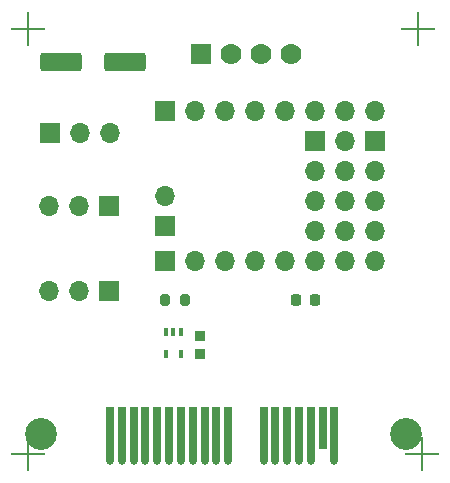
<source format=gts>
G04 #@! TF.GenerationSoftware,KiCad,Pcbnew,(5.99.0-8442-g3b424d3868)*
G04 #@! TF.CreationDate,2021-01-18T12:58:06+01:00*
G04 #@! TF.ProjectId,DRV-StepStick,4452562d-5374-4657-9053-7469636b2e6b,rev?*
G04 #@! TF.SameCoordinates,PX67f3540PY6cb8080*
G04 #@! TF.FileFunction,Soldermask,Top*
G04 #@! TF.FilePolarity,Negative*
%FSLAX46Y46*%
G04 Gerber Fmt 4.6, Leading zero omitted, Abs format (unit mm)*
G04 Created by KiCad (PCBNEW (5.99.0-8442-g3b424d3868)) date 2021-01-18 12:58:06*
%MOMM*%
%LPD*%
G01*
G04 APERTURE LIST*
G04 Aperture macros list*
%AMRoundRect*
0 Rectangle with rounded corners*
0 $1 Rounding radius*
0 $2 $3 $4 $5 $6 $7 $8 $9 X,Y pos of 4 corners*
0 Add a 4 corners polygon primitive as box body*
4,1,4,$2,$3,$4,$5,$6,$7,$8,$9,$2,$3,0*
0 Add four circle primitives for the rounded corners*
1,1,$1+$1,$2,$3*
1,1,$1+$1,$4,$5*
1,1,$1+$1,$6,$7*
1,1,$1+$1,$8,$9*
0 Add four rect primitives between the rounded corners*
20,1,$1+$1,$2,$3,$4,$5,0*
20,1,$1+$1,$4,$5,$6,$7,0*
20,1,$1+$1,$6,$7,$8,$9,0*
20,1,$1+$1,$8,$9,$2,$3,0*%
G04 Aperture macros list end*
%ADD10C,0.650000*%
%ADD11R,0.650000X4.600000*%
%ADD12R,0.650000X3.600000*%
%ADD13R,1.778000X1.778000*%
%ADD14C,1.778000*%
%ADD15R,3.000000X0.127000*%
%ADD16R,0.127000X3.000000*%
%ADD17C,2.700000*%
%ADD18R,0.950000X0.875000*%
%ADD19RoundRect,0.218750X0.218750X0.256250X-0.218750X0.256250X-0.218750X-0.256250X0.218750X-0.256250X0*%
%ADD20R,1.700000X1.700000*%
%ADD21O,1.700000X1.700000*%
%ADD22RoundRect,0.200000X0.200000X0.275000X-0.200000X0.275000X-0.200000X-0.275000X0.200000X-0.275000X0*%
%ADD23R,0.400000X0.650000*%
%ADD24RoundRect,0.250000X1.500000X0.550000X-1.500000X0.550000X-1.500000X-0.550000X1.500000X-0.550000X0*%
G04 APERTURE END LIST*
D10*
X14653000Y1015000D03*
X13653000Y1015000D03*
X22653000Y1015000D03*
X12653000Y1015000D03*
X21653000Y1015000D03*
X15653000Y1015000D03*
X23653000Y1015000D03*
X10653000Y1015000D03*
X25653000Y1015000D03*
X11653000Y1015000D03*
X9653000Y1015000D03*
X17653000Y1015000D03*
X18653000Y1015000D03*
X24653000Y1015000D03*
X8653000Y1015000D03*
X27653000Y1015000D03*
X16653000Y1015000D03*
D11*
X8653000Y3315000D03*
X9653000Y3315000D03*
X10653000Y3315000D03*
X11653000Y3315000D03*
X12653000Y3315000D03*
X13653000Y3315000D03*
X14653000Y3315000D03*
X15653000Y3315000D03*
X16653000Y3315000D03*
X17653000Y3315000D03*
X18653000Y3315000D03*
X21653000Y3315000D03*
X22653000Y3315000D03*
X23653000Y3315000D03*
X24653000Y3315000D03*
X25653000Y3315000D03*
D12*
X26653000Y3815000D03*
D11*
X27653000Y3315000D03*
D13*
X16370000Y35440000D03*
D14*
X18910000Y35440000D03*
X21450000Y35440000D03*
X23990000Y35440000D03*
D15*
X1744000Y37546000D03*
D16*
X1744000Y37546000D03*
X1744000Y1620000D03*
D15*
X1744000Y1620000D03*
X34764000Y37546000D03*
D16*
X34764000Y37546000D03*
X35050000Y1620000D03*
D15*
X35050000Y1620000D03*
D17*
X2800000Y3256000D03*
X33750000Y3256000D03*
D18*
X16290000Y10032500D03*
X16290000Y11607500D03*
D19*
X26007500Y14650000D03*
X24432500Y14650000D03*
D20*
X8560000Y15400000D03*
D21*
X6020000Y15400000D03*
X3480000Y15400000D03*
D20*
X13330000Y20910000D03*
D21*
X13330000Y23450000D03*
D20*
X8600000Y22600000D03*
D21*
X6060000Y22600000D03*
X3520000Y22600000D03*
D20*
X26000000Y28080000D03*
D21*
X28540000Y28080000D03*
X26000000Y25540000D03*
X28540000Y25540000D03*
X26000000Y23000000D03*
X28540000Y23000000D03*
X26000000Y20460000D03*
X28540000Y20460000D03*
D22*
X14985000Y14620000D03*
X13335000Y14620000D03*
D23*
X14650000Y11950000D03*
X14000000Y11950000D03*
X13350000Y11950000D03*
X13350000Y10050000D03*
X14650000Y10050000D03*
D20*
X13330000Y30620000D03*
D21*
X15870000Y30620000D03*
X18410000Y30620000D03*
X20950000Y30620000D03*
X23490000Y30620000D03*
X26030000Y30620000D03*
X28570000Y30620000D03*
X31110000Y30620000D03*
D20*
X31080000Y28080000D03*
D21*
X31080000Y25540000D03*
X31080000Y23000000D03*
X31080000Y20460000D03*
D20*
X13330000Y17920000D03*
D21*
X15870000Y17920000D03*
X18410000Y17920000D03*
X20950000Y17920000D03*
X23490000Y17920000D03*
X26030000Y17920000D03*
X28570000Y17920000D03*
X31110000Y17920000D03*
D24*
X9900000Y34800000D03*
X4500000Y34800000D03*
D20*
X3600000Y28800000D03*
D21*
X6140000Y28800000D03*
X8680000Y28800000D03*
M02*

</source>
